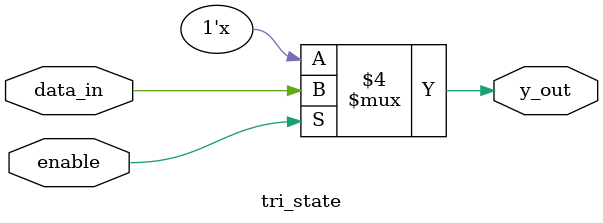
<source format=v>
`timescale 1ns / 1ps


module tri_state(
input data_in,
input enable,
output reg y_out
);

always@(data_in, enable)
begin
if (enable==1)
     y_out=data_in;
     else
    y_out=1'bz;
end
endmodule

</source>
